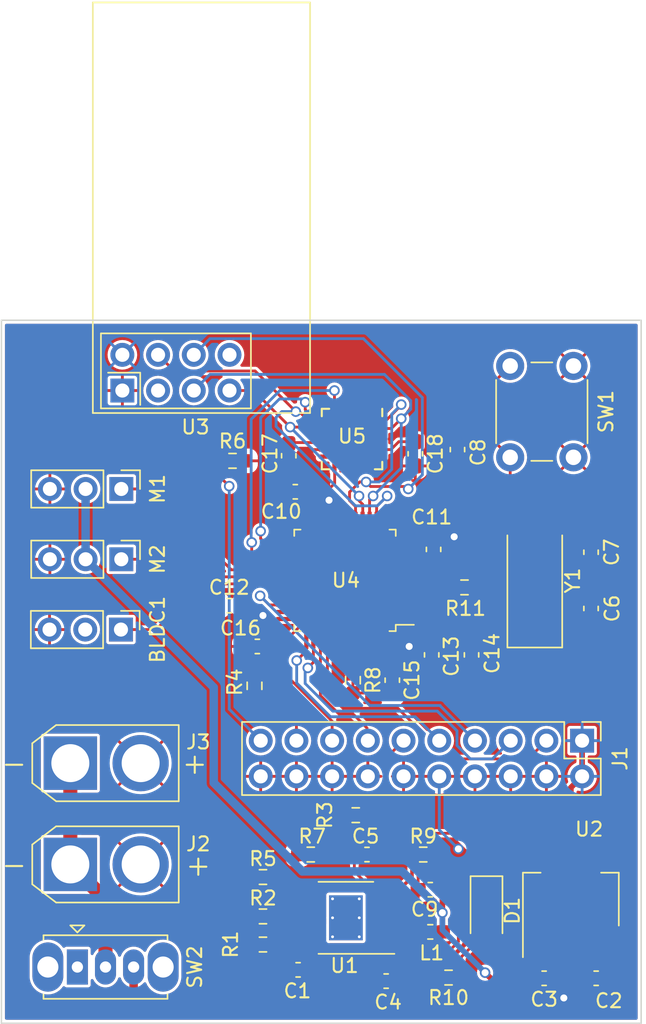
<source format=kicad_pcb>
(kicad_pcb (version 20211014) (generator pcbnew)
  (layers (0 "F.Cu" signal) (31 "B.Cu" signal) (34 "B.Paste" user) (35 "F.Paste" user) (36 "B.SilkS" user "B.Silkscreen") (37 "F.SilkS" user "F.Silkscreen") (38 "B.Mask" user) (39 "F.Mask" user) (44 "Edge.Cuts" user))
  (net 0 "")
  (net 1 "TIM1_CH3")
  (net 2 "5V")
  (net 3 "GND")
  (net 4 "+BATT")
  (net 5 "VDD")
  (net 6 "Net-(C4-Pad1)")
  (net 7 "Net-(C4-Pad2)")
  (net 8 "Net-(C5-Pad1)")
  (net 9 "Net-(C5-Pad2)")
  (net 10 "/OSC_IN")
  (net 11 "Net-(C7-Pad1)")
  (net 12 "Net-(C8-Pad2)")
  (net 13 "Net-(C17-Pad1)")
  (net 14 "Net-(C18-Pad1)")
  (net 15 "TIM1_CH1")
  (net 16 "TIM1_CH2")
  (net 17 "Net-(R1-Pad2)")
  (net 18 "Net-(J1-Pad11)")
  (net 19 "Net-(J1-Pad17)")
  (net 20 "Net-(R5-Pad1)")
  (net 21 "Net-(J1-Pad19)")
  (net 22 "/OSC_OUT")
  (net 24 "SPI1_CS")
  (net 25 "SPI1_SCK")
  (net 26 "SPI1_MOSI")
  (net 27 "SPI1_MISO")
  (net 42 "SPI2_SCK")
  (net 44 "SPI2_MOSI")
  (net 47 "SWDIO")
  (net 48 "SWCLK")
  (net 49 "JTDI")
  (net 50 "TDO")
  (net 51 "Net-(J1-Pad3)")
  (net 59 "Net-(D1-Pad2)")
  (net 60 "Net-(U4-Pad44)")
  (net 61 "Net-(J2-Pad1)")
  (footprint "Resistor_SMD:R_0603_1608Metric_Pad0.98x0.95mm_HandSolder" (layer "F.Cu") (at 134.6 124.4 180)
    (fp_text reference "R1")
    (fp_text value "100k")
  )
  (footprint "Button_Switch_THT:SW_PUSH_6mm" (layer "F.Cu") (at 156.685 83.25 -90)
    (fp_text reference "SW1")
    (fp_text value "SW_Push")
  )
  (footprint "Resistor_SMD:R_0603_1608Metric_Pad0.98x0.95mm_HandSolder" (layer "F.Cu") (at 147.801751 126.75 180)
    (fp_text reference "R10")
    (fp_text value "0.75k")
  )
  (footprint "Connector_AMASS:AMASS_XT30U-F_1x02_P5.0mm_Vertical" (layer "F.Cu") (at 120.9 118.7025)
    (fp_text reference "J2")
    (fp_text value "Battery")
  )
  (footprint "Diode_SMD:D_1206_3216Metric_Pad1.42x1.75mm_HandSolder" (layer "F.Cu") (at 150.5 122 -90)
    (fp_text reference "D1")
    (fp_text value "D")
  )
  (footprint "Resistor_SMD:R_0603_1608Metric_Pad0.98x0.95mm_HandSolder" (layer "F.Cu") (at 132.435 90)
    (fp_text reference "R6")
    (fp_text value "10k")
  )
  (footprint "Connector_PinHeader_2.54mm:PinHeader_1x03_P2.54mm_Vertical" (layer "F.Cu") (at 124.525 97 -90)
    (fp_text reference "M2")
    (fp_text value "Motor_Servo")
  )
  (footprint "Capacitor_SMD:C_0603_1608Metric_Pad1.08x0.95mm_HandSolder" (layer "F.Cu") (at 136.435 89.6375 -90)
    (fp_text reference "C17")
    (fp_text value "0.1u")
  )
  (footprint "Capacitor_SMD:C_0603_1608Metric_Pad1.08x0.95mm_HandSolder" (layer "F.Cu") (at 149.435 103.8 -90)
    (fp_text reference "C14")
    (fp_text value "1uF")
  )
  (footprint "Resistor_SMD:R_0603_1608Metric_Pad0.98x0.95mm_HandSolder" (layer "F.Cu") (at 134.6 119.6 180)
    (fp_text reference "R5")
    (fp_text value "47k")
  )
  (footprint "Capacitor_SMD:C_0603_1608Metric_Pad1.08x0.95mm_HandSolder" (layer "F.Cu") (at 145.435 89.5 -90)
    (fp_text reference "C18")
    (fp_text value "2.2u")
  )
  (footprint "Capacitor_SMD:C_0603_1608Metric_Pad1.08x0.95mm_HandSolder" (layer "F.Cu") (at 134.2 103.2 180)
    (fp_text reference "C16")
    (fp_text value "100nF")
  )
  (footprint "Inductor_SMD:L_0603_1608Metric_Pad1.05x0.95mm_HandSolder" (layer "F.Cu") (at 146.5 123.5)
    (fp_text reference "L1")
    (fp_text value "33u")
  )
  (footprint "Resistor_SMD:R_0603_1608Metric_Pad0.98x0.95mm_HandSolder" (layer "F.Cu") (at 146 118 180)
    (fp_text reference "R9")
    (fp_text value "3k")
  )
  (footprint "Crystal:Crystal_SMD_0603-2Pin_6.0x3.5mm_HandSoldering" (layer "F.Cu") (at 153.935 98.5 90)
    (fp_text reference "Y1")
    (fp_text value "8.000MHZ")
  )
  (footprint "Package_SO:HTSOP-8-1EP_3.9x4.9mm_P1.27mm_EP2.4x3.2mm_ThermalVias" (layer "F.Cu") (at 140.5 122.5 180)
    (fp_text reference "U1")
    (fp_text value "BD9G341EFJ")
  )
  (footprint "Capacitor_SMD:C_0603_1608Metric_Pad1.08x0.95mm_HandSolder" (layer "F.Cu") (at 132.2 100.3 180)
    (fp_text reference "C12")
    (fp_text value "100nF")
  )
  (footprint "Capacitor_SMD:C_0603_1608Metric_Pad1.08x0.95mm_HandSolder" (layer "F.Cu") (at 148.435 89.2 90)
    (fp_text reference "C8")
    (fp_text value "20p")
  )
  (footprint "Capacitor_SMD:C_0603_1608Metric_Pad1.08x0.95mm_HandSolder" (layer "F.Cu") (at 154.6 126.8 180)
    (fp_text reference "C3")
    (fp_text value "10u")
  )
  (footprint "Capacitor_SMD:C_0603_1608Metric_Pad1.08x0.95mm_HandSolder" (layer "F.Cu") (at 137.1 126.2)
    (fp_text reference "C1")
    (fp_text value "10u")
  )
  (footprint "Resistor_SMD:R_0603_1608Metric_Pad0.98x0.95mm_HandSolder" (layer "F.Cu") (at 134.6 122.4 180)
    (fp_text reference "R2")
    (fp_text value "20k")
  )
  (footprint "Capacitor_SMD:C_0603_1608Metric_Pad1.08x0.95mm_HandSolder" (layer "F.Cu") (at 146.735 96.3 -90)
    (fp_text reference "C11")
    (fp_text value "100nF")
  )
  (footprint "Connector_PinHeader_2.54mm:PinHeader_2x10_P2.54mm_Vertical" (layer "F.Cu") (at 157.3 109.9 -90)
    (fp_text reference "J1")
    (fp_text value "Conn_02x10_Odd_Even")
  )
  (footprint "Capacitor_SMD:C_0603_1608Metric_Pad1.08x0.95mm_HandSolder" (layer "F.Cu") (at 142 118)
    (fp_text reference "C5")
    (fp_text value "6800p")
  )
  (footprint "Package_QFP:LQFP-48_7x7mm_P0.5mm" (layer "F.Cu") (at 140.435 98.5 180)
    (fp_text reference "U4")
    (fp_text value "STM32F100C4Tx")
  )
  (footprint "Capacitor_SMD:C_0603_1608Metric_Pad1.08x0.95mm_HandSolder" (layer "F.Cu") (at 158.3 126.8 180)
    (fp_text reference "C2")
    (fp_text value "10u")
  )
  (footprint "Capacitor_SMD:C_0603_1608Metric_Pad1.08x0.95mm_HandSolder" (layer "F.Cu") (at 143.8 105.6 -90)
    (fp_text reference "C15")
    (fp_text value "100nF")
  )
  (footprint "Resistor_SMD:R_0603_1608Metric_Pad0.98x0.95mm_HandSolder" (layer "F.Cu") (at 138 118 180)
    (fp_text reference "R7")
    (fp_text value "10k")
  )
  (footprint "Resistor_SMD:R_0603_1608Metric_Pad0.98x0.95mm_HandSolder" (layer "F.Cu") (at 134 106 90)
    (fp_text reference "R4")
    (fp_text value "10k")
  )
  (footprint "Connector_AMASS:AMASS_XT30U-F_1x02_P5.0mm_Vertical" (layer "F.Cu") (at 120.9 111.5)
    (fp_text reference "J3")
    (fp_text value "Battery")
  )
  (footprint "Capacitor_SMD:C_0603_1608Metric_Pad1.08x0.95mm_HandSolder" (layer "F.Cu") (at 136.9 92.2 180)
    (fp_text reference "C10")
    (fp_text value "10uF")
  )
  (footprint "RF_Module:nRF24L01_Breakout" (layer "F.Cu") (at 124.6 85 90)
    (fp_text reference "U3")
    (fp_text value "NRF24L01_Breakout")
  )
  (footprint "Resistor_SMD:R_0603_1608Metric_Pad0.98x0.95mm_HandSolder" (layer "F.Cu") (at 148.935 99)
    (fp_text reference "R11")
    (fp_text value "390")
  )
  (footprint "Capacitor_SMD:C_0603_1608Metric_Pad1.08x0.95mm_HandSolder" (layer "F.Cu") (at 157.935 100.5 90)
    (fp_text reference "C6")
    (fp_text value "20p")
  )
  (footprint "Capacitor_SMD:C_0603_1608Metric_Pad1.08x0.95mm_HandSolder" (layer "F.Cu") (at 146.5 120.5 180)
    (fp_text reference "C9")
    (fp_text value "100u")
  )
  (footprint "Capacitor_SMD:C_0603_1608Metric_Pad1.08x0.95mm_HandSolder" (layer "F.Cu") (at 143.3625 127)
    (fp_text reference "C4")
    (fp_text value "0.1u")
  )
  (footprint "Connector_PinHeader_2.54mm:PinHeader_1x03_P2.54mm_Vertical" (layer "F.Cu") (at 124.525 92 -90)
    (fp_text reference "M1")
    (fp_text value "Motor_Servo")
  )
  (footprint "Sensor_Motion:InvenSense_QFN-24_4x4mm_P0.5mm" (layer "F.Cu") (at 140.935 88.45 -90)
    (fp_text reference "U5")
    (fp_text value "MPU-6000")
  )
  (footprint "Resistor_SMD:R_0603_1608Metric_Pad0.98x0.95mm_HandSolder" (layer "F.Cu") (at 141.2 115.2 180)
    (fp_text reference "R3")
    (fp_text value "10k")
  )
  (footprint "Package_TO_SOT_SMD:SOT-223-3_TabPin2" (layer "F.Cu") (at 156.5 121.2 90)
    (fp_text reference "U2")
    (fp_text value "AMS1117-3.3")
  )
  (footprint "Capacitor_SMD:C_0603_1608Metric_Pad1.08x0.95mm_HandSolder" (layer "F.Cu") (at 146.6 103.8 -90)
    (fp_text reference "C13")
    (fp_text value "10uF")
  )
  (footprint "Resistor_SMD:R_0603_1608Metric_Pad0.98x0.95mm_HandSolder" (layer "F.Cu") (at 141 105.6 -90)
    (fp_text reference "R8")
    (fp_text value "10K")
  )
  (footprint "Capacitor_SMD:C_0603_1608Metric_Pad1.08x0.95mm_HandSolder" (layer "F.Cu") (at 157.935 96.5 -90)
    (fp_text reference "C7")
    (fp_text value "20p")
  )
  (footprint "Connector_PinHeader_2.54mm:PinHeader_1x03_P2.54mm_Vertical" (layer "F.Cu") (at 124.5 102 -90)
    (fp_text reference "BLDC1")
    (fp_text value "Conn_01x03")
  )
  (footprint "Button_Switch_THT:SW_Slide_1P2T_CK_OS102011MS2Q" (layer "F.Cu") (at 121.4 126)
    (fp_text reference "SW2")
    (fp_text value "SW_SPDT")
  )
  (gr_line (start 161.5 80) (end 161.5 130) (layer "Edge.Cuts") (width 0.1))
  (gr_line (start 161.5 130) (end 116 130) (layer "Edge.Cuts") (width 0.1))
  (gr_line (start 161.5 80) (end 116 80) (layer "Edge.Cuts") (width 0.1))
  (gr_line (start 116 130) (end 116 80) (layer "Edge.Cuts") (width 0.1))
  (segment (start 124.5 102) (end 127 102) (width 0.2) (layer "F.Cu") (net 1))
  (segment (start 127 102) (end 130.25 98.75) (width 0.2) (layer "F.Cu") (net 1))
  (segment (start 130.25 98.75) (end 136.2725 98.75) (width 0.2) (layer "F.Cu") (net 1))
  (segment (start 147.3625 120.5) (end 147.3625 122.1375) (width 0.4) (layer "F.Cu") (net 2))
  (segment (start 147.3625 123.4875) (end 147.375 123.5) (width 0.6) (layer "F.Cu") (net 2))
  (segment (start 147.3625 122.1375) (end 147.3625 123.4875) (width 0.4) (layer "F.Cu") (net 2))
  (segment (start 152.975 128.975) (end 156.9875 128.975) (width 0.4) (layer "F.Cu") (net 2))
  (segment (start 156.9875 128.975) (end 159.1625 126.8) (width 0.4) (layer "F.Cu") (net 2))
  (segment (start 159.1625 126.8) (end 158.8 126.4375) (width 0.2) (layer "F.Cu") (net 2))
  (segment (start 146.9 120.0375) (end 146.9 118.0125) (width 0.4) (layer "F.Cu") (net 2))
  (segment (start 150.4 126.4) (end 152.975 128.975) (width 0.4) (layer "F.Cu") (net 2))
  (segment (start 158.8 126.4375) (end 158.8 124.35) (width 0.2) (layer "F.Cu") (net 2))
  (segment (start 146.9 118.0125) (end 146.9125 118) (width 0.4) (layer "F.Cu") (net 2))
  (segment (start 147.3625 120.5) (end 146.9 120.0375) (width 0.4) (layer "F.Cu") (net 2))
  (via (at 150.4 126.4) (size 0.75) (drill 0.5) (layers "F.Cu" "B.Cu") (net 2))
  (via (at 147.3625 122.1375) (size 0.75) (drill 0.5) (layers "F.Cu" "B.Cu") (net 2))
  (segment (start 147.3625 122.0625) (end 147.3625 122.1375) (width 0.6) (layer "B.Cu") (net 2))
  (segment (start 121.985 92) (end 121.985 97) (width 0.6) (layer "B.Cu") (net 2))
  (segment (start 144.5 119.2) (end 147.3625 122.0625) (width 0.6) (layer "B.Cu") (net 2))
  (segment (start 147.3625 122.1375) (end 147.3625 123.3625) (width 0.4) (layer "B.Cu") (net 2))
  (segment (start 121.985 97) (end 131.1 106.115) (width 0.6) (layer "B.Cu") (net 2))
  (segment (start 147.3625 123.3625) (end 150.4 126.4) (width 0.4) (layer "B.Cu") (net 2))
  (segment (start 137.4 119.2) (end 144.5 119.2) (width 0.6) (layer "B.Cu") (net 2))
  (segment (start 131.1 106.115) (end 131.1 112.9) (width 0.6) (layer "B.Cu") (net 2))
  (segment (start 131.1 112.9) (end 137.4 119.2) (width 0.6) (layer "B.Cu") (net 2))
  (segment (start 146.1 120.0375) (end 145.6375 120.5) (width 0.2) (layer "F.Cu") (net 3))
  (segment (start 146.75 116.9) (end 146.1 117.55) (width 0.2) (layer "F.Cu") (net 3))
  (segment (start 146.1475 97.75) (end 146.735 97.1625) (width 0.2) (layer "F.Cu") (net 3))
  (segment (start 148.499464 117.600536) (end 147.798928 116.9) (width 0.2) (layer "F.Cu") (net 3))
  (segment (start 147.798928 116.9) (end 146.75 116.9) (width 0.2) (layer "F.Cu") (net 3))
  (segment (start 146.1 117.55) (end 146.1 120.0375) (width 0.2) (layer "F.Cu") (net 3))
  (segment (start 144.5975 97.75) (end 146.1475 97.75) (width 0.2) (layer "F.Cu") (net 3))
  (via (at 148.499464 117.600536) (size 0.75) (drill 0.5) (layers "F.Cu" "B.Cu") (net 3))
  (segment (start 147.14 116.241072) (end 147.14 112.44) (width 0.2) (layer "B.Cu") (net 3))
  (segment (start 148.499464 117.600536) (end 147.14 116.241072) (width 0.2) (layer "B.Cu") (net 3))
  (segment (start 125.4 126) (end 125.4 127.6) (width 0.6) (layer "F.Cu") (net 4))
  (segment (start 125.4 127.6) (end 126.5 128.7) (width 0.6) (layer "F.Cu") (net 4))
  (segment (start 133.7375 128.7) (end 136.2375 126.2) (width 0.6) (layer "F.Cu") (net 4))
  (segment (start 137.85 124.405) (end 136.795 124.405) (width 0.4) (layer "F.Cu") (net 4))
  (segment (start 137.845 124.4) (end 137.85 124.405) (width 0.4) (layer "F.Cu") (net 4))
  (segment (start 136.2375 126.2) (end 136.2375 124.9625) (width 0.4) (layer "F.Cu") (net 4))
  (segment (start 135.5125 124.4) (end 137.845 124.4) (width 0.4) (layer "F.Cu") (net 4))
  (segment (start 136.795 124.405) (end 136.2375 124.9625) (width 0.4) (layer "F.Cu") (net 4))
  (segment (start 126.5 128.7) (end 133.7375 128.7) (width 0.6) (layer "F.Cu") (net 4))
  (segment (start 143.185 102.6625) (end 143.185 104.1225) (width 0.2) (layer "F.Cu") (net 5))
  (segment (start 139.7 90.415) (end 139.7 91.6) (width 0.2) (layer "F.Cu") (net 5))
  (segment (start 139.7 91.6) (end 139.1 92.2) (width 0.2) (layer "F.Cu") (net 5))
  (segment (start 146.735 95.4375) (end 148.1625 95.4375) (width 0.2) (layer "F.Cu") (net 5))
  (segment (start 139.1 92.2) (end 137.7625 92.2) (width 0.2) (layer "F.Cu") (net 5))
  (segment (start 156.5 118.05) (end 156.5 113.24) (width 0.4) (layer "F.Cu") (net 5))
  (segment (start 133.0625 100.3) (end 133.9 100.3) (width 0.2) (layer "F.Cu") (net 5))
  (segment (start 148.1625 95.4375) (end 148.2 95.4) (width 0.2) (layer "F.Cu") (net 5))
  (segment (start 144.5975 101.25) (end 145.85 101.25) (width 0.2) (layer "F.Cu") (net 5))
  (segment (start 137.7625 93.0375) (end 137.685 93.115) (width 0.2) (layer "F.Cu") (net 5))
  (segment (start 146.6 102.9375) (end 145.2625 102.9375) (width 0.2) (layer "F.Cu") (net 5))
  (segment (start 155.4625 127.6625) (end 156 128.2) (width 0.2) (layer "F.Cu") (net 5))
  (segment (start 145.8 96.4) (end 145.8 96.81533) (width 0.2) (layer "F.Cu") (net 5))
  (segment (start 146.735 95.4375) (end 146.735 95.465) (width 0.2) (layer "F.Cu") (net 5))
  (segment (start 155.4625 126.8) (end 155.4625 127.6625) (width 0.2) (layer "F.Cu") (net 5))
  (segment (start 134.6 101) (end 134.85 101.25) (width 0.2) (layer "F.Cu") (net 5))
  (segment (start 137.7625 92.2) (end 138.7 92.2) (width 0.2) (layer "F.Cu") (net 5))
  (segment (start 144.3625 104.7375) (end 145 104.1) (width 0.2) (layer "F.Cu") (net 5))
  (segment (start 156.5 124.35) (end 156.5 125.7625) (width 0.2) (layer "F.Cu") (net 5))
  (segment (start 156.5 125.7625) (end 155.4625 126.8) (width 0.2) (layer "F.Cu") (net 5))
  (segment (start 137.685 93.115) (end 137.685 94.3375) (width 0.2) (layer "F.Cu") (net 5))
  (segment (start 146.735 95.465) (end 145.8 96.4) (width 0.2) (layer "F.Cu") (net 5))
  (segment (start 138.7 92.2) (end 139.3 92.8) (width 0.2) (layer "F.Cu") (net 5))
  (segment (start 134.85 101.25) (end 136.2725 101.25) (width 0.2) (layer "F.Cu") (net 5))
  (segment (start 135.1 103.1625) (end 135.0625 103.2) (width 0.2) (layer "F.Cu") (net 5))
  (segment (start 137.7625 92.2) (end 137.7625 93.0375) (width 0.2) (layer "F.Cu") (net 5))
  (segment (start 145.8 96.81533) (end 145.36533 97.25) (width 0.2) (layer "F.Cu") (net 5))
  (segment (start 157.3 112.44) (end 157.3 109.9) (width 0.4) (layer "F.Cu") (net 5))
  (segment (start 143.8 104.7375) (end 144.3625 104.7375) (width 0.2) (layer "F.Cu") (net 5))
  (segment (start 135.1 101.5) (end 135.1 103.1625) (width 0.2) (layer "F.Cu") (net 5))
  (segment (start 149.435 102.9375) (end 146.6 102.9375) (width 0.2) (layer "F.Cu") (net 5))
  (segment (start 146.6 102) (end 146.6 102.9375) (width 0.2) (layer "F.Cu") (net 5))
  (segment (start 145 104.1) (end 145 103.2) (width 0.2) (layer "F.Cu") (net 5))
  (segment (start 145.36533 97.25) (end 144.5975 97.25) (width 0.2) (layer "F.Cu") (net 5))
  (segment (start 145.2625 102.9375) (end 145 103.2) (width 0.2) (layer "F.Cu") (net 5))
  (segment (start 134.6 101) (end 135.1 101.5) (width 0.2) (layer "F.Cu") (net 5))
  (segment (start 145.85 101.25) (end 146.6 102) (width 0.2) (layer "F.Cu") (net 5))
  (segment (start 133.9 100.3) (end 134.6 101) (width 0.2) (layer "F.Cu") (net 5))
  (segment (start 143.185 104.1225) (end 143.8 104.7375) (width 0.2) (layer "F.Cu") (net 5))
  (segment (start 139.685 90.4) (end 139.7 90.415) (width 0.2) (layer "F.Cu") (net 5))
  (segment (start 156.5 113.24) (end 157.3 112.44) (width 0.4) (layer "F.Cu") (net 5))
  (via (at 145 103.2) (size 0.75) (drill 0.5) (layers "F.Cu" "B.Cu") (net 5))
  (via (at 148.2 95.4) (size 0.75) (drill 0.5) (layers "F.Cu" "B.Cu") (net 5))
  (via (at 134.6 101) (size 0.75) (drill 0.5) (layers "F.Cu" "B.Cu") (net 5))
  (via (at 156 128.2) (size 0.75) (drill 0.5) (layers "F.Cu" "B.Cu") (net 5))
  (via (at 139.3 92.8) (size 0.75) (drill 0.5) (layers "F.Cu" "B.Cu") (net 5))
  (segment (start 138.95 124.65) (end 141.4 127.1) (width 0.2) (layer "F.Cu") (net 6))
  (segment (start 141.4 127.1) (end 142.4 127.1) (width 0.2) (layer "F.Cu") (net 6))
  (segment (start 138.635 123.135) (end 138.95 123.45) (width 0.2) (layer "F.Cu") (net 6))
  (segment (start 137.85 123.135) (end 138.635 123.135) (width 0.2) (layer "F.Cu") (net 6))
  (segment (start 138.95 123.45) (end 138.95 124.65) (width 0.2) (layer "F.Cu") (net 6))
  (segment (start 142.4 127.1) (end 142.5 127) (width 0.2) (layer "F.Cu") (net 6))
  (segment (start 148.5 121.4) (end 149.3875 120.5125) (width 0.2) (layer "F.Cu") (net 7))
  (segment (start 149.3875 120.5125) (end 150.5 120.5125) (width 0.2) (layer "F.Cu") (net 7))
  (segment (start 144.605 124.405) (end 143.15 124.405) (width 0.25) (layer "F.Cu") (net 7))
  (segment (start 147.9 124.8) (end 148.5 124.2) (width 0.2) (layer "F.Cu") (net 7))
  (segment (start 144.225 127) (end 145.2 126.025) (width 0.25) (layer "F.Cu") (net 7))
  (segment (start 145.625 124.225) (end 146.2 124.8) (width 0.2) (layer "F.Cu") (net 7))
  (segment (start 146.2 124.8) (end 147.9 124.8) (width 0.2) (layer "F.Cu") (net 7))
  (segment (start 145.2 126.025) (end 145.2 125) (width 0.25) (layer "F.Cu") (net 7))
  (segment (start 145.2 125) (end 144.605 124.405) (width 0.25) (layer "F.Cu") (net 7))
  (segment (start 145.625 123.5) (end 145.625 124.225) (width 0.2) (layer "F.Cu") (net 7))
  (segment (start 143.15 124.405) (end 144.72 124.405) (width 0.4) (layer "F.Cu") (net 7))
  (segment (start 148.5 124.2) (end 148.5 121.4) (width 0.2) (layer "F.Cu") (net 7))
  (segment (start 144.72 124.405) (end 145.625 123.5) (width 0.4) (layer "F.Cu") (net 7))
  (segment (start 143.15 121.865) (end 142.265 121.865) (width 0.2) (layer "F.Cu") (net 8))
  (segment (start 142 120.1) (end 141.1 119.2) (width 0.2) (layer "F.Cu") (net 8))
  (segment (start 142 121.6) (end 142 120.1) (width 0.2) (layer "F.Cu") (net 8))
  (segment (start 142.265 121.865) (end 142 121.6) (width 0.2) (layer "F.Cu") (net 8))
  (segment (start 141.1 119.2) (end 141.1 118.0375) (width 0.2) (layer "F.Cu") (net 8))
  (segment (start 141.1 118.0375) (end 141.1375 118) (width 0.2) (layer "F.Cu") (net 8))
  (segment (start 142.6 116.6) (end 139.4 116.6) (width 0.2) (layer "F.Cu") (net 9))
  (segment (start 138.9125 117.0875) (end 138.9125 118) (width 0.2) (layer "F.Cu") (net 9))
  (segment (start 142.8625 118) (end 143 117.8625) (width 0.2) (layer "F.Cu") (net 9))
  (segment (start 143 117) (end 142.6 116.6) (width 0.2) (layer "F.Cu") (net 9))
  (segment (start 143 117.8625) (end 143 117) (width 0.2) (layer "F.Cu") (net 9))
  (segment (start 139.4 116.6) (end 138.9125 117.0875) (width 0.2) (layer "F.Cu") (net 9))
  (segment (start 147.9125 101.4125) (end 145.75 99.25) (width 0.2) (layer "F.Cu") (net 10))
  (segment (start 157.885 101.4125) (end 153.935 101.4125) (width 0.2) (layer "F.Cu") (net 10))
  (segment (start 157.935 101.3625) (end 157.885 101.4125) (width 0.2) (layer "F.Cu") (net 10))
  (segment (start 153.935 101.4125) (end 147.9125 101.4125) (width 0.2) (layer "F.Cu") (net 10))
  (segment (start 145.75 99.25) (end 144.5975 99.25) (width 0.2) (layer "F.Cu") (net 10))
  (segment (start 149.8475 99) (end 152.6 99) (width 0.2) (layer "F.Cu") (net 11))
  (segment (start 157.885 95.5875) (end 153.935 95.5875) (width 0.2) (layer "F.Cu") (net 11))
  (segment (start 153.935 97.665) (end 153.935 95.5875) (width 0.2) (layer "F.Cu") (net 11))
  (segment (start 157.935 95.6375) (end 157.885 95.5875) (width 0.2) (layer "F.Cu") (net 11))
  (segment (start 152.6 99) (end 153.935 97.665) (width 0.2) (layer "F.Cu") (net 11))
  (segment (start 150.7725 88.3375) (end 152.185 89.75) (width 0.2) (layer "F.Cu") (net 12))
  (segment (start 147.15 98.25) (end 152.185 93.215) (width 0.2) (layer "F.Cu") (net 12))
  (segment (start 144.5975 98.25) (end 147.15 98.25) (width 0.2) (layer "F.Cu") (net 12))
  (segment (start 139.52 108.52) (end 136.3 105.3) (width 0.2) (layer "F.Cu") (net 12))
  (segment (start 148.435 87) (end 152.185 83.25) (width 0.2) (layer "F.Cu") (net 12))
  (segment (start 140.75 98.25) (end 144.5975 98.25) (width 0.2) (layer "F.Cu") (net 12))
  (segment (start 152.185 93.215) (end 152.185 89.75) (width 0.2) (layer "F.Cu") (net 12))
  (segment (start 148.435 88.3375) (end 148.435 87) (width 0.2) (layer "F.Cu") (net 12))
  (segment (start 148.435 88.3375) (end 150.7725 88.3375) (width 0.2) (layer "F.Cu") (net 12))
  (segment (start 136.3 105.3) (end 136.3 102.7) (width 0.2) (layer "F.Cu") (net 12))
  (segment (start 139.52 109.9) (end 139.52 108.52) (width 0.2) (layer "F.Cu") (net 12))
  (segment (start 136.3 102.7) (end 140.75 98.25) (width 0.2) (layer "F.Cu") (net 12))
  (segment (start 138.985 88.7) (end 136.51 88.7) (width 0.2) (layer "F.Cu") (net 13))
  (segment (start 136.51 88.7) (end 136.435 88.775) (width 0.2) (layer "F.Cu") (net 13))
  (segment (start 144.2625 88.6375) (end 145.435 88.6375) (width 0.2) (layer "F.Cu") (net 14))
  (segment (start 143.7 89.2) (end 144.2625 88.6375) (width 0.2) (layer "F.Cu") (net 14))
  (segment (start 142.885 89.2) (end 143.7 89.2) (width 0.2) (layer "F.Cu") (net 14))
  (segment (start 132.35 97.75) (end 126.6 92) (width 0.2) (layer "F.Cu") (net 15))
  (segment (start 126.6 92) (end 124.525 92) (width 0.2) (layer "F.Cu") (net 15))
  (segment (start 136.2725 97.75) (end 132.35 97.75) (width 0.2) (layer "F.Cu") (net 15))
  (segment (start 136.2725 98.25) (end 130.25 98.25) (width 0.2) (layer "F.Cu") (net 16))
  (segment (start 129 97) (end 124.525 97) (width 0.2) (layer "F.Cu") (net 16))
  (segment (start 130.25 98.25) (end 129 97) (width 0.2) (layer "F.Cu") (net 16))
  (segment (start 136.735 121.865) (end 137.85 121.865) (width 0.25) (layer "F.Cu") (net 17))
  (segment (start 135.5125 122.4) (end 136.2 122.4) (width 0.25) (layer "F.Cu") (net 17))
  (segment (start 134.1 124.4) (end 133.6875 124.4) (width 0.2) (layer "F.Cu") (net 17))
  (segment (start 136.2 122.4) (end 136.735 121.865) (width 0.25) (layer "F.Cu") (net 17))
  (segment (start 135.5125 122.4) (end 135.5125 122.9875) (width 0.2) (layer "F.Cu") (net 17))
  (segment (start 135.5125 122.9875) (end 134.1 124.4) (width 0.2) (layer "F.Cu") (net 17))
  (segment (start 142.1125 114.1875) (end 143.4 112.9) (width 0.2) (layer "F.Cu") (net 18))
  (segment (start 142.1125 115.2) (end 142.1125 114.1875) (width 0.2) (layer "F.Cu") (net 18))
  (segment (start 143.4 112.9) (end 143.4 111.1) (width 0.2) (layer "F.Cu") (net 18))
  (segment (start 143.4 111.1) (end 144.6 109.9) (width 0.2) (layer "F.Cu") (net 18))
  (segment (start 136.98 108.02) (end 135.8725 106.9125) (width 0.2) (layer "F.Cu") (net 19))
  (segment (start 135.8725 106.9125) (end 134 106.9125) (width 0.2) (layer "F.Cu") (net 19))
  (segment (start 136.98 109.9) (end 136.98 108.02) (width 0.2) (layer "F.Cu") (net 19))
  (segment (start 137.85 120.595) (end 136.5075 120.595) (width 0.2) (layer "F.Cu") (net 20))
  (segment (start 136.5075 120.595) (end 135.5125 119.6) (width 0.2) (layer "F.Cu") (net 20))
  (segment (start 131.5225 90) (end 131.5225 91.1225) (width 0.2) (layer "F.Cu") (net 21))
  (segment (start 131.5225 91.1225) (end 132.2 91.8) (width 0.2) (layer "F.Cu") (net 21))
  (via (at 132.2 91.8) (size 0.75) (drill 0.5) (layers "F.Cu" "B.Cu") (net 21))
  (segment (start 132.2 107.66) (end 134.44 109.9) (width 0.2) (layer "B.Cu") (net 21))
  (segment (start 132.2 91.8) (end 132.2 107.66) (width 0.2) (layer "B.Cu") (net 21))
  (segment (start 144.5975 98.75) (end 147.7725 98.75) (width 0.2) (layer "F.Cu") (net 22))
  (segment (start 147.7725 98.75) (end 148.0225 99) (width 0.2) (layer "F.Cu") (net 22))
  (segment (start 136.935 86.5) (end 134.045 83.61) (width 0.2) (layer "F.Cu") (net 24))
  (segment (start 142.685 93.25) (end 143.435 92.5) (width 0.2) (layer "F.Cu") (net 24))
  (segment (start 138.385 87.7) (end 137.185 86.5) (width 0.2) (layer "F.Cu") (net 24))
  (segment (start 128.29 83.61) (end 127.14 82.46) (width 0.2) (layer "F.Cu") (net 24))
  (segment (start 142.685 94.3375) (end 142.685 93.25) (width 0.2) (layer "F.Cu") (net 24))
  (segment (start 134.045 83.61) (end 128.29 83.61) (width 0.2) (layer "F.Cu") (net 24))
  (segment (start 137.185 86.5) (end 136.935 86.5) (width 0.2) (layer "F.Cu") (net 24))
  (segment (start 138.985 87.7) (end 138.385 87.7) (width 0.2) (layer "F.Cu") (net 24))
  (via (at 136.935 86.5) (size 0.75) (drill 0.5) (layers "F.Cu" "B.Cu") (net 24))
  (via (at 143.435 92.5) (size 0.75) (drill 0.5) (layers "F.Cu" "B.Cu") (net 24))
  (segment (start 136.9314 86.4964) (end 136.935 86.5) (width 0.2) (layer "B.Cu") (net 24))
  (segment (start 142.735 93.2) (end 141.180405 93.2) (width 0.2) (layer "B.Cu") (net 24))
  (segment (start 135.535 86.9) (end 135.9386 86.4964) (width 0.2) (layer "B.Cu") (net 24))
  (segment (start 135.535 87.554595) (end 135.535 86.9) (width 0.2) (layer "B.Cu") (net 24))
  (segment (start 141.180405 93.2) (end 135.535 87.554595) (width 0.2) (layer "B.Cu") (net 24))
  (segment (start 135.9386 86.4964) (end 136.9314 86.4964) (width 0.2) (layer "B.Cu") (net 24))
  (segment (start 143.435 92.5) (end 142.735 93.2) (width 0.2) (layer "B.Cu") (net 24))
  (segment (start 142.885 87.7) (end 143.735 87.7) (width 0.2) (layer "F.Cu") (net 25))
  (segment (start 143.735 87.7) (end 144.435 87) (width 0.2) (layer "F.Cu") (net 25))
  (segment (start 142.185 92.75) (end 142.435 92.5) (width 0.2) (layer "F.Cu") (net 25))
  (segment (start 142.185 94.3375) (end 142.185 92.75) (width 0.2) (layer "F.Cu") (net 25))
  (via (at 142.435 92.5) (size 0.75) (drill 0.5) (layers "F.Cu" "B.Cu") (net 25))
  (via (at 144.435 87) (size 0.75) (drill 0.5) (layers "F.Cu" "B.Cu") (net 25))
  (segment (start 130.83 83.85) (end 129.68 85) (width 0.2) (layer "B.Cu") (net 25))
  (segment (start 145.11 86.325) (end 145.11 85.720405) (width 0.2) (layer "B.Cu") (net 25))
  (segment (start 144.435 87) (end 144.435 90.5) (width 0.2) (layer "B.Cu") (net 25))
  (segment (start 144.435 90.5) (end 142.435 92.5) (width 0.2) (layer "B.Cu") (net 25))
  (segment (start 145.11 85.720405) (end 143.239595 83.85) (width 0.2) (layer "B.Cu") (net 25))
  (segment (start 143.239595 83.85) (end 130.83 83.85) (width 0.2) (layer "B.Cu") (net 25))
  (segment (start 144.435 87) (end 145.11 86.325) (width 0.2) (layer "B.Cu") (net 25))
  (segment (start 142.885 87.2) (end 143.280405 87.2) (width 0.2) (layer "F.Cu") (net 26))
  (segment (start 140.76 92.825) (end 140.76 92.220405) (width 0.2) (layer "F.Cu") (net 26))
  (segment (start 144.76 91.825) (end 142.26 91.825) (width 0.2) (layer "F.Cu") (net 26))
  (segment (start 141.480405 91.5) (end 141.935 91.5) (width 0.2) (layer "F.Cu") (net 26))
  (segment (start 144.435 86.045405) (end 144.435 86) (width 0.2) (layer "F.Cu") (net 26))
  (segment (start 144.935 92) (end 144.76 91.825) (width 0.2) (layer "F.Cu") (net 26))
  (segment (start 143.280405 87.2) (end 144.435 86.045405) (width 0.2) (layer "F.Cu") (net 26))
  (segment (start 141.185 93.25) (end 140.76 92.825) (width 0.2) (layer "F.Cu") (net 26))
  (segment (start 140.76 92.220405) (end 141.480405 91.5) (width 0.2) (layer "F.Cu") (net 26))
  (segment (start 142.26 91.825) (end 141.935 91.5) (width 0.2) (layer "F.Cu") (net 26))
  (segment (start 141.185 94.3375) (end 141.185 93.25) (width 0.2) (layer "F.Cu") (net 26))
  (via (at 144.935 92) (size 0.75) (drill 0.5) (layers "F.Cu" "B.Cu") (net 26))
  (via (at 144.435 86) (size 0.75) (drill 0.5) (layers "F.Cu" "B.Cu") (net 26))
  (via (at 141.935 91.5) (size 0.75) (drill 0.5) (layers "F.Cu" "B.Cu") (net 26))
  (segment (start 145.935 91) (end 145.935 85.5) (width 0.2) (layer "B.Cu") (net 26))
  (segment (start 143.76 90.609314) (end 143.76 86.675) (width 0.2) (layer "B.Cu") (net 26))
  (segment (start 145.935 85.5) (end 141.745 81.31) (width 0.2) (layer "B.Cu") (net 26))
  (segment (start 143.76 86.675) (end 144.435 86) (width 0.2) (layer "B.Cu") (net 26))
  (segment (start 142.869314 91.5) (end 143.76 90.609314) (width 0.2) (layer "B.Cu") (net 26))
  (segment (start 130.83 81.31) (end 129.68 82.46) (width 0.2) (layer "B.Cu") (net 26))
  (segment (start 144.935 92) (end 145.935 91) (width 0.2) (layer "B.Cu") (net 26))
  (segment (start 141.935 91.5) (end 142.869314 91.5) (width 0.2) (layer "B.Cu") (net 26))
  (segment (start 141.745 81.31) (end 130.83 81.31) (width 0.2) (layer "B.Cu") (net 26))
  (segment (start 138.985 88.2) (end 138.3 88.2) (width 0.2) (layer "F.Cu") (net 27))
  (segment (start 141.7 94.3225) (end 141.685 94.3375) (width 0.2) (layer "F.Cu") (net 27))
  (segment (start 137.7 87.6) (end 136.535 87.6) (width 0.2) (layer "F.Cu") (net 27))
  (segment (start 133.935 85) (end 132.22 85) (width 0.2) (layer "F.Cu") (net 27))
  (segment (start 136.535 87.6) (end 133.935 85) (width 0.2) (layer "F.Cu") (net 27))
  (segment (start 138.3 88.2) (end 137.7 87.6) (width 0.2) (layer "F.Cu") (net 27))
  (segment (start 141.7 93.1) (end 141.7 94.3225) (width 0.2) (layer "F.Cu") (net 27))
  (segment (start 141.435 92.835) (end 141.7 93.1) (width 0.2) (layer "F.Cu") (net 27))
  (segment (start 141.435 92.5) (end 141.435 92.835) (width 0.2) (layer "F.Cu") (net 27))
  (via (at 141.435 92.5) (size 0.75) (drill 0.5) (layers "F.Cu" "B.Cu") (net 27))
  (via (at 136.535 87.6) (size 0.75) (drill 0.5) (layers "F.Cu" "B.Cu") (net 27))
  (segment (start 136.535 87.6) (end 141.435 92.5) (width 0.2) (layer "B.Cu") (net 27))
  (segment (start 134.435 95.535) (end 134.435 95) (width 0.2) (layer "F.Cu") (net 42))
  (segment (start 137.6064 86.355714) (end 137.6064 85.8286) (width 0.2) (layer "F.Cu") (net 42))
  (segment (start 138.450686 87.2) (end 137.6064 86.355714) (width 0.2) (layer "F.Cu") (net 42))
  (segment (start 135.15 96.25) (end 134.435 95.535) (width 0.2) (layer "F.Cu") (net 42))
  (segment (start 136.2725 96.25) (end 135.15 96.25) (width 0.2) (layer "F.Cu") (net 42))
  (segment (start 138.985 87.2) (end 138.450686 87.2) (width 0.2) (layer "F.Cu") (net 42))
  (via (at 137.6064 85.8286) (size 0.75) (drill 0.5) (layers "F.Cu" "B.Cu") (net 42))
  (via (at 134.435 95) (size 0.75) (drill 0.5) (layers "F.Cu" "B.Cu") (net 42))
  (segment (start 137.3778 85.6) (end 135.769315 85.6) (width 0.2) (layer "B.Cu") (net 42))
  (segment (start 135.769315 85.6) (end 134.435 86.934315) (width 0.2) (layer "B.Cu") (net 42))
  (segment (start 134.435 94.5) (end 134.435 95) (width 0.2) (layer "B.Cu") (net 42))
  (segment (start 134.435 86.934315) (end 134.435 94.5) (width 0.2) (layer "B.Cu") (net 42))
  (segment (start 137.6064 85.8286) (end 137.3778 85.6) (width 0.2) (layer "B.Cu") (net 42))
  (segment (start 133.8 96.4) (end 133.8 95.8) (width 0.2) (layer "F.Cu") (net 44))
  (segment (start 139.685 85) (end 139.685 86.5) (width 0.2) (layer "F.Cu") (net 44))
  (segment (start 136.2725 97.25) (end 134.65 97.25) (width 0.2) (layer "F.Cu") (net 44))
  (segment (start 134.65 97.25) (end 133.8 96.4) (width 0.2) (layer "F.Cu") (net 44))
  (via (at 139.685 85) (size 0.75) (drill 0.5) (layers "F.Cu" "B.Cu") (net 44))
  (via (at 133.8 95.8) (size 0.75) (drill 0.5) (layers "F.Cu" "B.Cu") (net 44))
  (segment (start 133.76 95.76) (end 133.76 87.04363) (width 0.2) (layer "B.Cu") (net 44))
  (segment (start 135.80363 85) (end 139.685 85) (width 0.2) (layer "B.Cu") (net 44))
  (segment (start 133.8 95.8) (end 133.76 95.76) (width 0.2) (layer "B.Cu") (net 44))
  (segment (start 133.76 87.04363) (end 135.80363 85) (width 0.2) (layer "B.Cu") (net 44))
  (segment (start 135.05 100.25) (end 134.4 99.6) (width 0.2) (layer "F.Cu") (net 47))
  (segment (start 136.2725 100.25) (end 135.05 100.25) (width 0.2) (layer "F.Cu") (net 47))
  (via (at 134.4 99.6) (size 0.75) (drill 0.5) (layers "F.Cu" "B.Cu") (net 47))
  (segment (start 134.4 99.6) (end 142.2 107.4) (width 0.2) (layer "B.Cu") (net 47))
  (segment (start 147.2 107.4) (end 147.2 107.42) (width 0.2) (layer "B.Cu") (net 47))
  (segment (start 147.2 107.42) (end 149.68 109.9) (width 0.2) (layer "B.Cu") (net 47))
  (segment (start 142.2 107.4) (end 147.2 107.4) (width 0.2) (layer "B.Cu") (net 47))
  (segment (start 137.685 102.6625) (end 137.685 103.515) (width 0.2) (layer "F.Cu") (net 48))
  (segment (start 137.685 103.515) (end 137 104.2) (width 0.2) (layer "F.Cu") (net 48))
  (via (at 137 104.2) (size 0.75) (drill 0.5) (layers "F.Cu" "B.Cu") (net 48))
  (segment (start 137 105.8) (end 139.4 108.2) (width 0.2) (layer "B.Cu") (net 48))
  (segment (start 137 104.2) (end 137 105.8) (width 0.2) (layer "B.Cu") (net 48))
  (segment (start 145.44 108.2) (end 147.14 109.9) (width 0.2) (layer "B.Cu") (net 48))
  (segment (start 139.4 108.2) (end 145.44 108.2) (width 0.2) (layer "B.Cu") (net 48))
  (segment (start 138.185 104.331723) (end 137.790034 104.726689) (width 0.2) (layer "F.Cu") (net 49))
  (segment (start 138.185 102.6625) (end 138.185 104.331723) (width 0.2) (layer "F.Cu") (net 49))
  (via (at 137.790034 104.726689) (size 0.75) (drill 0.5) (layers "F.Cu" "B.Cu") (net 49))
  (segment (start 149.353654 111.2) (end 150.92 111.2) (width 0.2) (layer "B.Cu") (net 49))
  (segment (start 150.92 111.2) (end 152.22 109.9) (width 0.2) (layer "B.Cu") (net 49))
  (segment (start 147 107.8) (end 148.4 109.2) (width 0.2) (layer "B.Cu") (net 49))
  (segment (start 137.6 105.834314) (end 139.565686 107.8) (width 0.2) (layer "B.Cu") (net 49))
  (segment (start 148.4 110.246346) (end 149.353654 111.2) (width 0.2) (layer "B.Cu") (net 49))
  (segment (start 137.790034 104.726689) (end 137.6 104.916723) (width 0.2) (layer "B.Cu") (net 49))
  (segment (start 137.6 104.916723) (end 137.6 105.834314) (width 0.2) (layer "B.Cu") (net 49))
  (segment (start 148.4 109.2) (end 148.4 110.246346) (width 0.2) (layer "B.Cu") (net 49))
  (segment (start 139.565686 107.8) (end 147 107.8) (width 0.2) (layer "B.Cu") (net 49))
  (segment (start 142.06 109.9) (end 142 109.84) (width 0.2) (layer "F.Cu") (net 50))
  (segment (start 142 109) (end 141 108) (width 0.2) (layer "F.Cu") (net 50))
  (segment (start 141 108) (end 140 108) (width 0.2) (layer "F.Cu") (net 50))
  (segment (start 140 108) (end 138.685 106.685) (width 0.2) (layer "F.Cu") (net 50))
  (segment (start 142 109.84) (end 142 109) (width 0.2) (layer "F.Cu") (net 50))
  (segment (start 138.685 106.685) (end 138.685 102.6625) (width 0.2) (layer "F.Cu") (net 50))
  (segment (start 144.2 107.6) (end 145.99 109.39) (width 0.2) (layer "F.Cu") (net 51))
  (segment (start 145.99 109.39) (end 145.99 110.39) (width 0.2) (layer "F.Cu") (net 51))
  (segment (start 145.99 110.39) (end 146.8 111.2) (width 0.2) (layer "F.Cu") (net 51))
  (segment (start 139.185 102.6625) (end 139.185 106.485) (width 0.2) (layer "F.Cu") (net 51))
  (segment (start 139.185 106.485) (end 140.3 107.6) (width 0.2) (layer "F.Cu") (net 51))
  (segment (start 146.8 111.2) (end 153.46 111.2) (width 0.2) (layer "F.Cu") (net 51))
  (segment (start 153.46 111.2) (end 154.76 109.9) (width 0.2) (layer "F.Cu") (net 51))
  (segment (start 140.3 107.6) (end 144.2 107.6) (width 0.2) (layer "F.Cu") (net 51))
  (segment (start 151.675 119.822183) (end 148.340317 116.4875) (width 0.2) (layer "F.Cu") (net 59))
  (segment (start 145.0875 117.3125) (end 145.0875 118) (width 0.2) (layer "F.Cu") (net 59))
  (segment (start 150.5 123.4875) (end 148.714251 125.273249) (width 0.2) (layer "F.Cu") (net 59))
  (segment (start 145.2 119.6) (end 145.2 118.1125) (width 0.25) (layer "F.Cu") (net 59))
  (segment (start 145.2 118.1125) (end 145.0875 118) (width 0.25) (layer "F.Cu") (net 59))
  (segment (start 144.205 120.595) (end 145.2 119.6) (width 0.25) (layer "F.Cu") (net 59))
  (segment (start 148.714251 125.273249) (end 148.714251 126.75) (width 0.2) (layer "F.Cu") (net 59))
  (segment (start 145.9125 116.4875) (end 145.0875 117.3125) (width 0.2) (layer "F.Cu") (net 59))
  (segment (start 151.675 122.3125) (end 151.675 119.822183) (width 0.2) (layer "F.Cu") (net 59))
  (segment (start 148.340317 116.4875) (end 145.9125 116.4875) (width 0.2) (layer "F.Cu") (net 59))
  (segment (start 150.5 123.4875) (end 151.675 122.3125) (width 0.2) (layer "F.Cu") (net 59))
  (segment (start 143.15 120.595) (end 144.205 120.595) (width 0.25) (layer "F.Cu") (net 59))
  (segment (start 141 104.6875) (end 141 104) (width 0.2) (layer "F.Cu") (net 60))
  (segment (start 141 104) (end 141.185 103.815) (width 0.2) (layer "F.Cu") (net 60))
  (segment (start 141.185 103.815) (end 141.185 102.6625) (width 0.2) (layer "F.Cu") (net 60))
  (segment (start 120.9 111.5) (end 120.9 118.7025) (width 1) (layer "F.Cu") (net 61))
  (segment (start 123.4 121.2025) (end 123.4 126) (width 1) (layer "F.Cu") (net 61))
  (segment (start 120.9 118.7025) (end 123.4 121.2025) (width 1) (layer "F.Cu") (net 61))
  (zone (net 3) (net_name "GND") (layer "F.Cu") (connect_pads (clearance 0.2)) (min_thickness 0.2) (fill yes (thermal_gap 0.4) (thermal_bridge_width 0.2))
    (polygon (pts (xy 161.5 130) (xy 116 130) (xy 116 80) (xy 161.5 80)))
  )
  (zone (net 5) (net_name "VDD") (layer "B.Cu") (connect_pads (clearance 0.2)) (min_thickness 0.2) (fill yes (thermal_gap 0.4) (thermal_bridge_width 0.2))
    (polygon (pts (xy 161.5 130) (xy 116 130) (xy 116 80) (xy 161.5 80)))
  )
)
</source>
